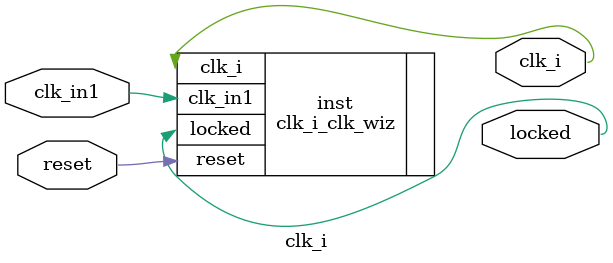
<source format=v>


`timescale 1ps/1ps

(* CORE_GENERATION_INFO = "clk_i,clk_wiz_v6_0_16_0_0,{component_name=clk_i,use_phase_alignment=true,use_min_o_jitter=false,use_max_i_jitter=false,use_dyn_phase_shift=false,use_inclk_switchover=false,use_dyn_reconfig=false,enable_axi=0,feedback_source=FDBK_AUTO,PRIMITIVE=PLL,num_out_clk=1,clkin1_period=10.000,clkin2_period=10.000,use_power_down=false,use_reset=true,use_locked=true,use_inclk_stopped=false,feedback_type=SINGLE,CLOCK_MGR_TYPE=NA,manual_override=false}" *)

module clk_i 
 (
  // Clock out ports
  output        clk_i,
  // Status and control signals
  input         reset,
  output        locked,
 // Clock in ports
  input         clk_in1
 );

  clk_i_clk_wiz inst
  (
  // Clock out ports  
  .clk_i(clk_i),
  // Status and control signals               
  .reset(reset), 
  .locked(locked),
 // Clock in ports
  .clk_in1(clk_in1)
  );

endmodule

</source>
